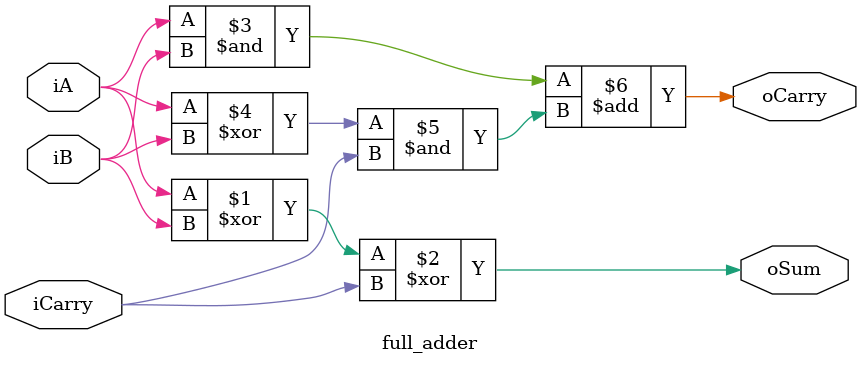
<source format=v>
`timescale 1ns / 1ps

module full_adder(
    input   wire    iA, iB, iCarry,
    output  wire    oSum, oCarry
    );
    
    assign oSum = iA^iB^iCarry;
    assign oCarry = (iA&iB) + ((iA^iB)&iCarry);
    
endmodule

</source>
